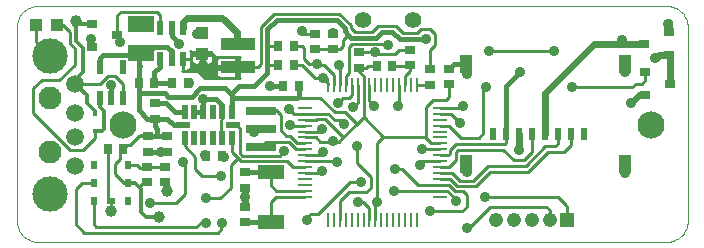
<source format=gtl>
G75*
G70*
%OFA0B0*%
%FSLAX24Y24*%
%IPPOS*%
%LPD*%
%AMOC8*
5,1,8,0,0,1.08239X$1,22.5*
%
%ADD10C,0.0000*%
%ADD11C,0.0906*%
%ADD12R,0.1181X0.0394*%
%ADD13R,0.0217X0.0472*%
%ADD14R,0.0425X0.0413*%
%ADD15R,0.0276X0.0354*%
%ADD16R,0.0354X0.0276*%
%ADD17R,0.0236X0.0413*%
%ADD18R,0.0413X0.0591*%
%ADD19R,0.0472X0.0110*%
%ADD20R,0.0110X0.0472*%
%ADD21R,0.0476X0.0476*%
%ADD22C,0.0476*%
%ADD23C,0.0554*%
%ADD24C,0.1181*%
%ADD25C,0.0768*%
%ADD26C,0.0594*%
%ADD27R,0.0354X0.0315*%
%ADD28R,0.0866X0.0512*%
%ADD29R,0.1024X0.0315*%
%ADD30R,0.0197X0.0472*%
%ADD31R,0.0472X0.0197*%
%ADD32R,0.0157X0.0157*%
%ADD33R,0.0413X0.0425*%
%ADD34R,0.0866X0.0551*%
%ADD35R,0.0236X0.0276*%
%ADD36R,0.0276X0.0236*%
%ADD37C,0.0160*%
%ADD38C,0.0240*%
%ADD39C,0.0100*%
%ADD40C,0.0120*%
%ADD41C,0.0357*%
%ADD42C,0.0396*%
D10*
X000928Y000180D02*
X021715Y000180D01*
X021716Y000180D02*
X021768Y000177D01*
X021821Y000178D01*
X021874Y000183D01*
X021926Y000192D01*
X021977Y000205D01*
X022028Y000221D01*
X022077Y000241D01*
X022124Y000264D01*
X022170Y000291D01*
X022213Y000321D01*
X022254Y000354D01*
X022293Y000390D01*
X022329Y000429D01*
X022362Y000470D01*
X022392Y000513D01*
X022419Y000559D01*
X022442Y000606D01*
X022462Y000655D01*
X022478Y000706D01*
X022491Y000757D01*
X022500Y000809D01*
X022505Y000862D01*
X022506Y000915D01*
X022503Y000967D01*
X022503Y007267D01*
X022506Y007319D01*
X022505Y007372D01*
X022500Y007425D01*
X022491Y007477D01*
X022478Y007528D01*
X022462Y007579D01*
X022442Y007628D01*
X022419Y007675D01*
X022392Y007721D01*
X022362Y007764D01*
X022329Y007805D01*
X022293Y007844D01*
X022254Y007880D01*
X022213Y007913D01*
X022170Y007943D01*
X022124Y007970D01*
X022077Y007993D01*
X022028Y008013D01*
X021977Y008029D01*
X021926Y008042D01*
X021874Y008051D01*
X021821Y008056D01*
X021768Y008057D01*
X021716Y008054D01*
X021715Y008054D02*
X000928Y008054D01*
X000876Y008057D01*
X000823Y008056D01*
X000770Y008051D01*
X000718Y008042D01*
X000667Y008029D01*
X000616Y008013D01*
X000567Y007993D01*
X000520Y007970D01*
X000474Y007943D01*
X000431Y007913D01*
X000390Y007880D01*
X000351Y007844D01*
X000315Y007805D01*
X000282Y007764D01*
X000252Y007721D01*
X000225Y007675D01*
X000202Y007628D01*
X000182Y007579D01*
X000166Y007528D01*
X000153Y007477D01*
X000144Y007425D01*
X000139Y007372D01*
X000138Y007319D01*
X000141Y007267D01*
X000141Y000967D01*
X000138Y000915D01*
X000139Y000862D01*
X000144Y000809D01*
X000153Y000757D01*
X000166Y000706D01*
X000182Y000655D01*
X000202Y000606D01*
X000225Y000559D01*
X000252Y000513D01*
X000282Y000470D01*
X000315Y000429D01*
X000351Y000390D01*
X000390Y000354D01*
X000431Y000321D01*
X000474Y000291D01*
X000520Y000264D01*
X000567Y000241D01*
X000616Y000221D01*
X000667Y000205D01*
X000718Y000192D01*
X000770Y000183D01*
X000823Y000178D01*
X000876Y000177D01*
X000928Y000180D01*
D11*
X003686Y004090D03*
X021286Y004090D03*
D12*
X007503Y006007D03*
X007503Y006794D03*
D13*
X005672Y006282D03*
X005298Y006282D03*
X004924Y006282D03*
X003664Y006007D03*
X002916Y006007D03*
X002916Y004983D03*
X003290Y004983D03*
X003664Y004983D03*
X004924Y007306D03*
X005298Y007306D03*
X005672Y007306D03*
D14*
X006322Y007139D03*
X006322Y006450D03*
D15*
X005830Y005495D03*
X005318Y005495D03*
X004727Y005495D03*
X004215Y005495D03*
X008861Y006086D03*
X009373Y006086D03*
X009373Y006715D03*
X008861Y006715D03*
X009019Y005377D03*
X009530Y005377D03*
X012129Y006046D03*
X012641Y006046D03*
X006971Y003054D03*
X006460Y003054D03*
X003680Y003267D03*
X003168Y003267D03*
D16*
X004511Y003192D03*
X005141Y003192D03*
X005141Y003704D03*
X004511Y003704D03*
X004747Y004294D03*
X004747Y004806D03*
X010062Y006617D03*
X010692Y006617D03*
X011558Y006499D03*
X011558Y005987D03*
X013251Y006066D03*
X013897Y005932D03*
X014550Y005948D03*
X014550Y005436D03*
X013897Y005420D03*
X013251Y006578D03*
X010692Y007129D03*
X010062Y007129D03*
X005062Y002680D03*
X004471Y002680D03*
X004471Y002168D03*
X005062Y002168D03*
X007739Y001991D03*
X007739Y002503D03*
X007739Y001361D03*
X007739Y000849D03*
D17*
X016015Y003790D03*
X016448Y003790D03*
X016881Y003790D03*
X017314Y003790D03*
X017747Y003790D03*
X018180Y003790D03*
X018613Y003790D03*
X019046Y003790D03*
D18*
X020416Y002794D03*
X015121Y002794D03*
X015121Y006101D03*
X020416Y006101D03*
D19*
X014235Y004649D03*
X014235Y004452D03*
X014235Y004255D03*
X014235Y004058D03*
X014235Y003861D03*
X014235Y003664D03*
X014235Y003467D03*
X014235Y003271D03*
X014235Y003074D03*
X014235Y002877D03*
X014235Y002680D03*
X014235Y002483D03*
X014235Y002286D03*
X014235Y002089D03*
X014235Y001893D03*
X014235Y001696D03*
X009747Y001696D03*
X009747Y001893D03*
X009747Y002089D03*
X009747Y002286D03*
X009747Y002483D03*
X009747Y002680D03*
X009747Y002877D03*
X009747Y003074D03*
X009747Y003271D03*
X009747Y003467D03*
X009747Y003664D03*
X009747Y003861D03*
X009747Y004058D03*
X009747Y004255D03*
X009747Y004452D03*
X009747Y004649D03*
D20*
X010515Y005416D03*
X010711Y005416D03*
X010908Y005416D03*
X011105Y005416D03*
X011302Y005416D03*
X011499Y005416D03*
X011696Y005416D03*
X011893Y005416D03*
X012089Y005416D03*
X012286Y005416D03*
X012483Y005416D03*
X012680Y005416D03*
X012877Y005416D03*
X013074Y005416D03*
X013271Y005416D03*
X013467Y005416D03*
X013467Y000928D03*
X013271Y000928D03*
X013074Y000928D03*
X012877Y000928D03*
X012680Y000928D03*
X012483Y000928D03*
X012286Y000928D03*
X012089Y000928D03*
X011893Y000928D03*
X011696Y000928D03*
X011499Y000928D03*
X011302Y000928D03*
X011105Y000928D03*
X010908Y000928D03*
X010711Y000928D03*
X010515Y000928D03*
D21*
X018487Y000928D03*
D22*
X017897Y000928D03*
X017306Y000928D03*
X016715Y000928D03*
X016125Y000928D03*
D23*
X013339Y007582D03*
X011666Y007582D03*
D24*
X001243Y006381D03*
X001243Y001774D03*
D25*
X001243Y003172D03*
X001243Y004983D03*
D26*
X002082Y005456D03*
X002082Y004471D03*
X002082Y003684D03*
X002082Y002700D03*
D27*
X002660Y006696D03*
X003487Y007070D03*
X002660Y007444D03*
X021046Y006794D03*
X021873Y006420D03*
X021086Y005830D03*
X021912Y005456D03*
X021086Y005082D03*
X021873Y007168D03*
D28*
X008605Y002503D03*
X008605Y000849D03*
D29*
X008271Y003349D03*
X008271Y003940D03*
X008271Y004550D03*
D30*
X007306Y004511D03*
X006991Y004511D03*
X006676Y004511D03*
X006361Y004511D03*
X006046Y004511D03*
X005731Y004511D03*
X005731Y003645D03*
X006046Y003645D03*
X006361Y003645D03*
X006676Y003645D03*
X006991Y003645D03*
X007306Y003645D03*
D31*
X007345Y004078D03*
X005692Y004078D03*
D32*
X002739Y003881D03*
X002739Y004432D03*
D33*
X001469Y007424D03*
X000780Y007424D03*
D34*
X004274Y007434D03*
X004274Y006469D03*
D35*
X003861Y002739D03*
X002719Y002739D03*
X002719Y002149D03*
X003861Y002149D03*
X003861Y001558D03*
X002719Y001558D03*
D36*
X003290Y001538D03*
D37*
X004511Y003192D02*
X004944Y003192D01*
X005141Y003192D01*
X005141Y003704D02*
X004826Y003704D01*
X004826Y003960D01*
X004747Y004038D01*
X004747Y004294D01*
X005160Y004294D01*
X005377Y004078D01*
X005692Y004078D01*
X004826Y003704D02*
X004511Y003704D01*
X004491Y004294D02*
X004747Y004294D01*
X004491Y004294D02*
X004215Y004570D01*
X004215Y005101D01*
X004215Y005495D01*
X004215Y006026D01*
X004235Y006046D01*
X004225Y006046D01*
X004225Y006351D01*
X004274Y006469D01*
X004225Y006440D02*
X004225Y006400D01*
X004225Y006351D01*
X004225Y006400D02*
X003015Y006400D01*
X002916Y006302D01*
X002916Y006243D01*
X002916Y006007D01*
X004225Y006440D02*
X004471Y006440D01*
X004708Y006676D01*
X005160Y006676D01*
X005298Y006538D01*
X005298Y006282D01*
X004924Y006282D02*
X004924Y006026D01*
X004727Y005830D01*
X004727Y005495D01*
X005318Y005495D01*
X005810Y005515D02*
X005869Y005495D01*
X005830Y005495D02*
X005810Y005515D01*
X006243Y005298D02*
X007070Y005298D01*
X007267Y005101D01*
X007542Y005377D01*
X008054Y005377D01*
X008487Y005810D01*
X008487Y006046D01*
X008487Y006794D01*
X008487Y007267D01*
X008802Y007582D01*
X010810Y007582D01*
X011066Y007326D01*
X011066Y007208D01*
X011184Y007089D01*
X011282Y006991D01*
X012109Y006991D01*
X012306Y007188D01*
X012660Y007188D01*
X012897Y006952D01*
X013763Y006952D01*
X014704Y006101D02*
X014550Y005948D01*
X014704Y006101D02*
X015121Y006101D01*
X015137Y006062D01*
X015141Y005790D01*
X016448Y005385D02*
X016912Y005849D01*
X016448Y005385D02*
X016448Y003790D01*
X015121Y002794D02*
X015097Y002676D01*
X015141Y002523D01*
X020416Y002483D02*
X020420Y002715D01*
X020416Y002794D01*
X009550Y005062D02*
X009471Y004983D01*
X007385Y004983D01*
X007306Y005062D01*
X007267Y005101D01*
X007306Y005062D02*
X007306Y004511D01*
X006991Y004511D02*
X006991Y004747D01*
X006794Y004944D01*
X006361Y004944D01*
X006361Y004511D01*
X006046Y004511D01*
X005731Y004511D02*
X005416Y004511D01*
X005141Y004786D01*
X005121Y004806D01*
X004747Y004806D01*
X005062Y005141D02*
X005180Y005023D01*
X005967Y005023D01*
X006243Y005298D01*
X005062Y005141D02*
X004255Y005141D01*
X003290Y004983D02*
X003290Y005397D01*
X005298Y007030D02*
X005534Y006794D01*
X005298Y007030D02*
X005298Y007306D01*
X006145Y007109D02*
X006322Y007139D01*
X004274Y007434D02*
X004235Y007385D01*
X002109Y007542D02*
X002030Y007463D01*
X008566Y005377D02*
X009019Y005377D01*
X009530Y005377D02*
X009550Y005318D01*
X009550Y005062D01*
X008605Y002503D02*
X007739Y002503D01*
X007739Y000849D02*
X008605Y000849D01*
D38*
X007739Y001361D02*
X007739Y001676D01*
X007739Y001991D01*
X016873Y003231D02*
X016881Y003239D01*
X016881Y003790D01*
X017747Y003790D02*
X017747Y005149D01*
X017857Y005259D01*
X019393Y006794D01*
X020337Y006794D01*
X020731Y006794D01*
X021046Y006794D01*
X020731Y006794D02*
X020337Y006794D01*
X020298Y006912D01*
X021479Y006322D02*
X021558Y006400D01*
X021578Y006420D01*
X021873Y006420D01*
X021912Y006381D01*
X021912Y005456D01*
X021086Y005082D02*
X020889Y005082D01*
X020613Y004806D01*
X020416Y005830D02*
X020416Y006101D01*
X021400Y006322D02*
X021479Y006322D01*
X021873Y007168D02*
X021873Y007503D01*
X021834Y007463D01*
X007503Y006794D02*
X007463Y006834D01*
X007463Y007188D01*
X006991Y007660D01*
X005810Y007660D01*
X005672Y007523D01*
X005672Y007306D01*
D39*
X004924Y007306D02*
X004924Y007759D01*
X004826Y007857D01*
X003605Y007857D01*
X003487Y007739D01*
X003487Y007070D01*
X003487Y006952D01*
X003605Y006834D01*
X003566Y006834D01*
X002070Y006637D02*
X001912Y006794D01*
X001912Y007188D01*
X001676Y007424D01*
X001469Y007424D01*
X000780Y007424D02*
X000780Y006843D01*
X001243Y006381D01*
X002070Y006637D02*
X002070Y006086D01*
X001558Y005574D01*
X000967Y005574D01*
X000692Y005298D01*
X000692Y004471D01*
X001912Y003251D01*
X002345Y003251D01*
X002739Y003645D01*
X002739Y003881D01*
X003680Y003267D02*
X003822Y003408D01*
X003920Y003408D01*
X004215Y003704D01*
X004294Y003704D01*
X003680Y003267D02*
X003566Y003152D01*
X003566Y002936D01*
X003408Y002778D01*
X003408Y002463D01*
X003723Y002149D01*
X003861Y002149D01*
X004215Y002011D02*
X004373Y002168D01*
X004471Y002168D01*
X005062Y002168D02*
X005141Y002089D01*
X005141Y001873D01*
X005456Y001479D02*
X005731Y001794D01*
X005731Y002818D01*
X005692Y002857D01*
X006086Y003015D02*
X006086Y002621D01*
X006322Y002385D01*
X006952Y002385D01*
X007267Y002739D02*
X007267Y001991D01*
X006912Y001637D01*
X006440Y001637D01*
X005456Y001479D02*
X004589Y001479D01*
X003290Y001538D02*
X003290Y001204D01*
X003290Y001538D02*
X003168Y001660D01*
X003168Y003267D01*
X003861Y002739D02*
X004156Y002739D01*
X004235Y002660D01*
X004452Y002660D01*
X004471Y002680D01*
X005062Y002680D01*
X005731Y003369D02*
X006086Y003015D01*
X005731Y003369D02*
X005731Y003645D01*
X006952Y003920D02*
X006991Y003881D01*
X006991Y003645D01*
X007306Y003645D02*
X007306Y003172D01*
X007503Y002975D01*
X007267Y002739D01*
X007503Y002975D02*
X007601Y002877D01*
X009137Y002877D01*
X009314Y002700D01*
X009334Y002680D01*
X009747Y002680D01*
X009747Y002483D02*
X010239Y002483D01*
X010298Y002542D01*
X010790Y002877D02*
X009747Y002877D01*
X009747Y003074D02*
X010259Y003074D01*
X010337Y003172D01*
X009747Y003271D02*
X009452Y003271D01*
X009196Y003526D01*
X008448Y003526D01*
X008271Y003349D01*
X007660Y003054D02*
X007582Y003133D01*
X007582Y003960D01*
X007463Y004078D01*
X007345Y004078D01*
X006991Y004274D02*
X006952Y004235D01*
X006952Y003920D01*
X006991Y004274D02*
X006991Y004511D01*
X008054Y003861D02*
X008271Y003940D01*
X008940Y003940D02*
X008940Y003900D01*
X009117Y003723D01*
X009235Y003723D01*
X009314Y003645D01*
X009393Y003566D01*
X009491Y003467D01*
X009747Y003467D01*
X009747Y003664D02*
X010121Y003664D01*
X010259Y003526D01*
X010672Y003526D01*
X010889Y003526D01*
X011026Y003664D01*
X010416Y004274D01*
X010141Y004274D01*
X010121Y004255D01*
X009747Y004255D01*
X009747Y004058D02*
X009255Y004058D01*
X009235Y004078D01*
X008940Y003940D02*
X008940Y004412D01*
X008782Y004570D01*
X008271Y004550D01*
X009196Y004629D02*
X009373Y004452D01*
X009747Y004452D01*
X010515Y004452D01*
X010731Y004235D01*
X010928Y004235D01*
X011046Y004117D01*
X011086Y004511D02*
X011479Y004117D01*
X011026Y003664D01*
X010692Y003546D02*
X010672Y003526D01*
X010298Y003960D02*
X010200Y003861D01*
X009747Y003861D01*
X008940Y003900D02*
X008940Y003940D01*
X008940Y003900D01*
X009058Y003211D02*
X008900Y003054D01*
X007660Y003054D01*
X007030Y003015D02*
X006991Y002975D01*
X006971Y003054D01*
X008605Y002503D02*
X008605Y002070D01*
X008782Y001893D01*
X009747Y001893D01*
X009747Y001696D02*
X008782Y001696D01*
X008605Y001519D01*
X008605Y000849D01*
X009826Y000928D02*
X009826Y001007D01*
X009944Y001125D01*
X010180Y001125D01*
X011243Y002188D01*
X011597Y002188D01*
X011952Y002345D02*
X011952Y001991D01*
X011794Y001834D01*
X011204Y001834D01*
X010908Y001538D01*
X010908Y000928D01*
X011676Y001519D02*
X011873Y001322D01*
X011893Y001302D01*
X011893Y000928D01*
X012089Y000928D02*
X012089Y001460D01*
X012149Y001519D01*
X012149Y003487D01*
X012345Y003684D01*
X011696Y004334D01*
X011479Y004117D01*
X011696Y004334D02*
X011696Y005416D01*
X011696Y005711D01*
X011558Y005849D01*
X011558Y005987D01*
X011774Y005987D01*
X011834Y006046D01*
X012129Y006046D01*
X012109Y006105D01*
X012641Y006046D02*
X012936Y006046D01*
X012975Y006046D01*
X013271Y006046D01*
X013251Y006066D01*
X013251Y005889D01*
X013074Y005711D01*
X013074Y005416D01*
X012877Y005416D02*
X012877Y004747D01*
X012857Y004727D01*
X012030Y004727D02*
X011893Y004865D01*
X011893Y005416D01*
X011499Y005416D02*
X011499Y004806D01*
X011361Y004668D01*
X011086Y004511D02*
X010731Y004511D01*
X010259Y004983D01*
X009471Y004983D01*
X010515Y005416D02*
X010515Y005475D01*
X010337Y005652D01*
X010062Y005652D01*
X009629Y006086D01*
X009373Y006086D01*
X009708Y006282D02*
X009865Y006125D01*
X010141Y006125D01*
X010219Y006086D01*
X010377Y006086D01*
X010711Y005751D01*
X010711Y005416D01*
X010908Y005416D02*
X010908Y006066D01*
X010889Y006086D01*
X011204Y005810D02*
X011204Y006676D01*
X011322Y006794D01*
X012463Y006794D01*
X012503Y006755D01*
X012739Y006440D02*
X012877Y006578D01*
X013251Y006578D01*
X013897Y006574D02*
X014078Y006755D01*
X014078Y007109D01*
X013920Y007267D01*
X013605Y007267D01*
X013487Y007149D01*
X013015Y007149D01*
X012778Y007385D01*
X012188Y007385D01*
X011991Y007188D01*
X011400Y007188D01*
X011263Y007326D01*
X011263Y007404D01*
X010889Y007778D01*
X008723Y007778D01*
X008290Y007345D01*
X008290Y006125D01*
X008172Y006007D01*
X007503Y006007D01*
X007454Y005992D02*
X005921Y005992D01*
X005920Y005988D02*
X005930Y006026D01*
X005930Y006278D01*
X005676Y006278D01*
X005676Y005896D01*
X005800Y005896D01*
X005838Y005906D01*
X005872Y005926D01*
X005900Y005954D01*
X005920Y005988D01*
X005930Y006090D02*
X006762Y006090D01*
X006762Y006055D02*
X007454Y006055D01*
X007454Y005958D01*
X006762Y005958D01*
X006762Y005790D01*
X006773Y005752D01*
X006792Y005718D01*
X006820Y005690D01*
X006854Y005670D01*
X006893Y005660D01*
X007454Y005660D01*
X007454Y005958D01*
X007551Y005958D01*
X007551Y005660D01*
X007589Y005660D01*
X007582Y005652D01*
X006400Y005652D01*
X006164Y005889D01*
X005652Y005889D01*
X005645Y005896D01*
X005668Y005896D01*
X005668Y006278D01*
X005676Y006278D01*
X005676Y006286D01*
X005930Y006286D01*
X005930Y006538D01*
X005925Y006558D01*
X005959Y006558D01*
X005959Y006500D01*
X006272Y006500D01*
X006272Y006400D01*
X005959Y006400D01*
X005959Y006223D01*
X005969Y006185D01*
X005989Y006151D01*
X006017Y006123D01*
X006051Y006103D01*
X006089Y006093D01*
X006272Y006093D01*
X006272Y006400D01*
X006372Y006400D01*
X006372Y006500D01*
X006616Y006500D01*
X006755Y006361D01*
X007582Y006361D01*
X007589Y006354D01*
X007551Y006354D01*
X007551Y006055D01*
X007454Y006055D01*
X007454Y006354D01*
X006893Y006354D01*
X006854Y006343D01*
X006820Y006324D01*
X006792Y006296D01*
X006773Y006262D01*
X006762Y006223D01*
X006762Y006055D01*
X006654Y006151D02*
X006626Y006123D01*
X006592Y006103D01*
X006554Y006093D01*
X006372Y006093D01*
X006372Y006400D01*
X006684Y006400D01*
X006684Y006223D01*
X006674Y006185D01*
X006654Y006151D01*
X006675Y006189D02*
X006762Y006189D01*
X006787Y006287D02*
X006684Y006287D01*
X006684Y006386D02*
X006730Y006386D01*
X006632Y006484D02*
X006372Y006484D01*
X006322Y006450D02*
X006361Y006410D01*
X006361Y006046D01*
X006372Y006189D02*
X006272Y006189D01*
X006272Y006287D02*
X006372Y006287D01*
X006372Y006386D02*
X006272Y006386D01*
X005959Y006386D02*
X005930Y006386D01*
X005930Y006287D02*
X005959Y006287D01*
X005968Y006189D02*
X005930Y006189D01*
X005676Y006189D02*
X005668Y006189D01*
X005668Y006090D02*
X005676Y006090D01*
X005668Y005992D02*
X005676Y005992D01*
X005648Y005893D02*
X006762Y005893D01*
X006762Y005795D02*
X006258Y005795D01*
X006357Y005696D02*
X006814Y005696D01*
X007454Y005696D02*
X007551Y005696D01*
X007551Y005795D02*
X007454Y005795D01*
X007454Y005893D02*
X007551Y005893D01*
X007551Y006090D02*
X007454Y006090D01*
X007454Y006189D02*
X007551Y006189D01*
X007551Y006287D02*
X007454Y006287D01*
X008487Y006046D02*
X008526Y006086D01*
X008861Y006086D01*
X009708Y006282D02*
X009708Y006637D01*
X009629Y006715D01*
X009373Y006715D01*
X008861Y006715D02*
X008526Y006715D01*
X008487Y006794D01*
X009629Y007227D02*
X009727Y007129D01*
X010062Y007129D01*
X010692Y007129D02*
X010711Y007129D01*
X010692Y007149D01*
X011007Y006912D02*
X011184Y007089D01*
X011007Y006912D02*
X011007Y006715D01*
X010908Y006617D01*
X010692Y006617D01*
X010062Y006617D01*
X011558Y006499D02*
X012070Y006499D01*
X012129Y006440D01*
X012739Y006440D01*
X012680Y006086D02*
X012641Y006046D01*
X013897Y005932D02*
X013897Y006574D01*
X015889Y006558D02*
X018054Y006558D01*
X020652Y005337D02*
X020771Y005456D01*
X020967Y005456D01*
X021086Y005574D01*
X021086Y005830D01*
X020652Y005337D02*
X018645Y005337D01*
X015771Y005337D02*
X015692Y005259D01*
X015692Y003802D01*
X015534Y003645D01*
X014944Y003645D01*
X014530Y004058D01*
X014235Y004058D01*
X014609Y004452D02*
X014904Y004156D01*
X014609Y004452D02*
X014235Y004452D01*
X014235Y004649D02*
X014924Y004649D01*
X015023Y004708D01*
X014550Y005023D02*
X014432Y004904D01*
X013999Y004904D01*
X013763Y004668D01*
X013763Y003645D01*
X013723Y003684D01*
X012345Y003684D01*
X011479Y003369D02*
X011479Y002818D01*
X011952Y002345D01*
X012739Y002621D02*
X012975Y002621D01*
X013507Y002089D01*
X014235Y002089D01*
X014530Y002089D01*
X014747Y001873D01*
X015023Y001873D01*
X015141Y001755D01*
X015141Y001361D01*
X014983Y001204D01*
X013920Y001204D01*
X014668Y001676D02*
X014786Y001558D01*
X014668Y001676D02*
X014668Y001715D01*
X014491Y001893D01*
X014235Y001893D01*
X012916Y001893D01*
X012897Y001873D01*
X012700Y001873D01*
X011676Y001519D02*
X011519Y001519D01*
X014235Y002286D02*
X014570Y002286D01*
X014806Y002050D01*
X015436Y002050D01*
X015908Y002523D01*
X017188Y002523D01*
X017857Y003192D01*
X018389Y003192D01*
X018605Y003408D01*
X018613Y003416D01*
X018613Y003790D01*
X018180Y003790D02*
X018180Y003456D01*
X018172Y003448D01*
X018093Y003369D01*
X017759Y003369D01*
X017109Y002719D01*
X015830Y002719D01*
X015337Y002227D01*
X014904Y002227D01*
X014649Y002483D01*
X014235Y002483D01*
X014235Y002680D02*
X014530Y002680D01*
X014767Y002916D01*
X014767Y003172D01*
X014845Y003251D01*
X016361Y003251D01*
X016715Y002897D01*
X017030Y002897D01*
X017314Y003180D01*
X017314Y003790D01*
X016448Y003790D02*
X016448Y003495D01*
X016400Y003448D01*
X014786Y003448D01*
X014589Y003251D01*
X014589Y003133D01*
X014530Y003074D01*
X014235Y003074D01*
X014235Y003271D02*
X013645Y003271D01*
X013940Y003467D02*
X014235Y003467D01*
X013940Y003467D02*
X013763Y003645D01*
X013664Y002877D02*
X013566Y002739D01*
X013664Y002877D02*
X014235Y002877D01*
X015731Y001676D02*
X018172Y001676D01*
X018448Y001400D01*
X018487Y001361D01*
X018487Y000928D01*
X017897Y000928D02*
X017897Y001243D01*
X017778Y001361D01*
X015928Y001361D01*
X015219Y000652D01*
X015141Y000652D01*
X010810Y002857D02*
X010790Y002877D01*
X010849Y004826D02*
X011007Y004983D01*
X011204Y004983D01*
X011302Y005082D01*
X011302Y005416D01*
X011105Y005416D02*
X011105Y005711D01*
X011204Y005810D01*
X013467Y005416D02*
X013893Y005416D01*
X013897Y005420D01*
X014550Y005436D02*
X014550Y005023D01*
X006272Y006484D02*
X005930Y006484D01*
X003664Y005456D02*
X003408Y005711D01*
X003172Y005711D01*
X002916Y005456D01*
X002082Y005456D01*
X003664Y005456D02*
X003664Y004983D01*
X004215Y005101D02*
X004215Y005141D01*
X004255Y005141D01*
X002719Y002149D02*
X002306Y002149D01*
X002109Y001952D01*
X002109Y000771D01*
X002385Y000495D01*
X006834Y000495D01*
X006952Y000613D01*
X006952Y000771D01*
X006991Y000810D01*
X006440Y000810D02*
X006282Y000810D01*
X006125Y000692D01*
X002778Y000692D01*
X002700Y000771D01*
X002700Y001538D01*
X002719Y001558D01*
D40*
X003861Y002149D02*
X004078Y002149D01*
X004215Y002011D01*
X004274Y001952D01*
X004274Y001164D01*
X004432Y001007D01*
X004865Y001007D01*
X006400Y003074D02*
X006460Y003054D01*
X004511Y003704D02*
X004294Y003704D01*
X003054Y003960D02*
X002975Y003881D01*
X002739Y003881D01*
X003054Y003960D02*
X003054Y004550D01*
X002916Y004688D01*
X002916Y004983D01*
X002463Y005074D02*
X002463Y004826D01*
X002739Y004550D01*
X002739Y004432D01*
X002463Y005074D02*
X002082Y005456D01*
X002082Y005586D01*
X002345Y005849D01*
X002345Y006637D01*
X002109Y006873D01*
X002109Y007542D01*
X002208Y007444D01*
X002660Y007444D01*
X002601Y006932D02*
X002660Y006873D01*
X002660Y006696D01*
X002916Y006243D02*
X002877Y006204D01*
D41*
X003566Y006834D03*
X002601Y006932D03*
X005534Y006794D03*
X006145Y007109D03*
X009629Y007227D03*
X010692Y007149D03*
X012070Y006499D03*
X012503Y006755D03*
X013763Y006952D03*
X015889Y006558D03*
X016912Y005849D03*
X015771Y005337D03*
X015141Y005790D03*
X015023Y004708D03*
X014904Y004156D03*
X012857Y004727D03*
X012030Y004727D03*
X011361Y004668D03*
X010849Y004826D03*
X009196Y004629D03*
X009235Y004078D03*
X010298Y003960D03*
X011046Y004117D03*
X010692Y003546D03*
X010337Y003172D03*
X010810Y002857D03*
X010298Y002542D03*
X011597Y002188D03*
X012700Y001873D03*
X012149Y001519D03*
X011519Y001519D03*
X009826Y000928D03*
X007739Y001676D03*
X006440Y001637D03*
X006952Y002385D03*
X005692Y002857D03*
X006400Y003074D03*
X007030Y003015D03*
X009058Y003211D03*
X008054Y003861D03*
X006361Y004944D03*
X005869Y005495D03*
X003290Y005397D03*
X008566Y005377D03*
X010141Y006125D03*
X010889Y006086D03*
X010337Y005652D03*
X011479Y003369D03*
X012739Y002621D03*
X013566Y002739D03*
X013645Y003271D03*
X015141Y002523D03*
X016873Y003231D03*
X020416Y002483D03*
X015731Y001676D03*
X014786Y001558D03*
X013920Y001204D03*
X015141Y000652D03*
X006991Y000810D03*
X006440Y000810D03*
X004589Y001479D03*
X004944Y003192D03*
X018054Y006558D03*
X020298Y006912D03*
X021400Y006322D03*
X020416Y005830D03*
X018645Y005337D03*
X020613Y004806D03*
X021834Y007463D03*
D42*
X006361Y006046D03*
X004235Y007385D03*
X002109Y007542D03*
X005141Y001873D03*
X003290Y001204D03*
X004865Y001007D03*
M02*

</source>
